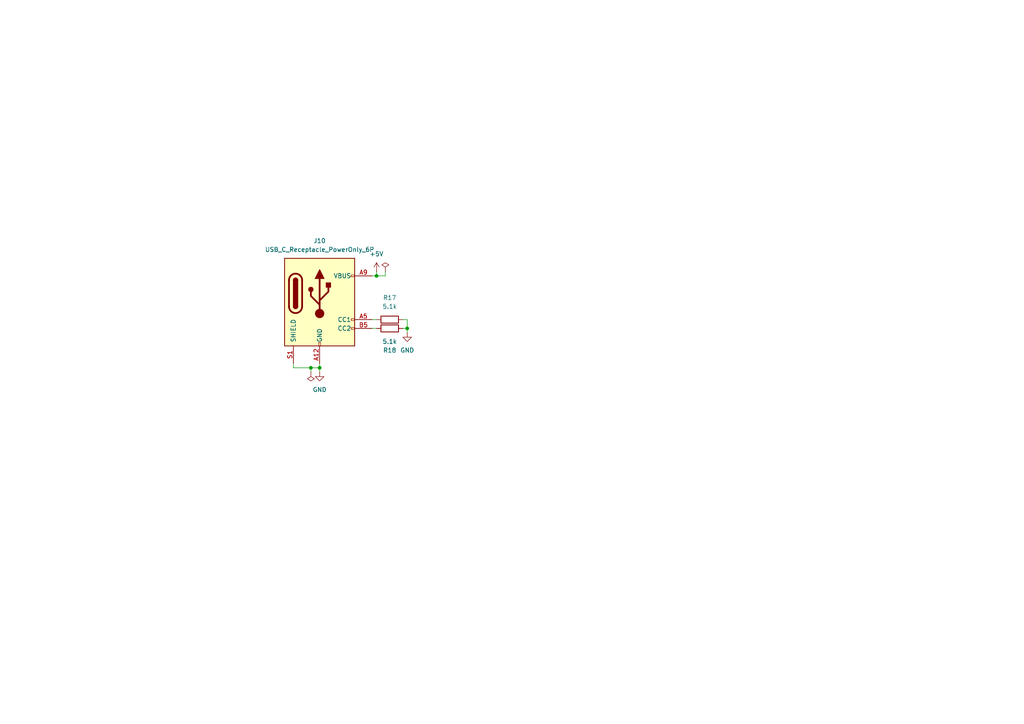
<source format=kicad_sch>
(kicad_sch (version 20231120) (generator "eeschema") (generator_version "8.0")
  (paper "A4")
  (lib_symbols
    (symbol "Connector:USB_C_Receptacle_PowerOnly_6P" (pin_names (offset 1.016))
      (property "Reference" "J" (at 0 16.51 0))
      (property "Value" "USB_C_Receptacle_PowerOnly_6P" (at 0 13.97 0))
      (symbol "USB_C_Receptacle_PowerOnly_6P_0_0"
        (rectangle (start -0.254 -12.7) (end 0.254 -11.684))
        (rectangle (start 10.16 -7.366) (end 9.144 -7.874))
        (rectangle (start 10.16 -4.826) (end 9.144 -5.334))
        (rectangle (start 10.16 7.874) (end 9.144 7.366))
      )
      (symbol "USB_C_Receptacle_PowerOnly_6P_0_1"
        (rectangle (start -10.16 12.7) (end 10.16 -12.7) (stroke (width 0.254)) (fill (type background)))
        (arc (start -8.89 -1.27) (mid -6.985 -3.1667) (end -5.08 -1.27) (stroke (width 0.508)))
        (arc (start -7.62 -1.27) (mid -6.985 -1.9023) (end -6.35 -1.27) (stroke (width 0.254)))
        (arc (start -7.62 -1.27) (mid -6.985 -1.9023) (end -6.35 -1.27) (stroke (width 0.254)) (fill (type outline)))
        (rectangle (start -7.62 -1.27) (end -6.35 6.35) (stroke (width 0.254)) (fill (type outline)))
        (arc (start -6.35 6.35) (mid -6.985 6.9823) (end -7.62 6.35) (stroke (width 0.254)))
        (arc (start -6.35 6.35) (mid -6.985 6.9823) (end -7.62 6.35) (stroke (width 0.254)) (fill (type outline)))
        (arc (start -5.08 6.35) (mid -6.985 8.2467) (end -8.89 6.35) (stroke (width 0.508)))
        (circle (center -2.54 3.683) (radius 0.635) (stroke (width 0.254)) (fill (type outline)))
        (circle (center 0 -3.302) (radius 1.27) (fill (type outline)))
        (polyline (pts (xy -8.89 -1.27) (xy -8.89 6.35)) (stroke (width 0.508)))
        (polyline (pts (xy -5.08 6.35) (xy -5.08 -1.27)) (stroke (width 0.508)))
        (polyline (pts (xy 0 -3.302) (xy 0 6.858)) (stroke (width 0.508)))
        (polyline (pts (xy 0 -0.762) (xy -2.54 1.778) (xy -2.54 3.048)) (stroke (width 0.508)))
        (polyline (pts (xy 0 0.508) (xy 2.54 3.048) (xy 2.54 4.318)) (stroke (width 0.508)))
        (polyline (pts (xy -1.27 6.858) (xy 0 9.398) (xy 1.27 6.858) (xy -1.27 6.858)) (stroke (width 0.254)) (fill (type outline)))
        (rectangle (start 1.905 4.318) (end 3.175 5.588) (stroke (width 0.254)) (fill (type outline)))
      )
      (symbol "USB_C_Receptacle_PowerOnly_6P_1_1"
        (pin passive line (at 0 -17.78 90) (length 5.08) (name "GND") (number "A12"))
        (pin bidirectional line (at 15.24 -5.08 180) (length 5.08) (name "CC1") (number "A5"))
        (pin passive line (at 15.24 7.62 180) (length 5.08) (name "VBUS") (number "A9"))
        (pin passive line (at 0 -17.78 90) (length 5.08) hide (name "GND") (number "B12"))
        (pin bidirectional line (at 15.24 -7.62 180) (length 5.08) (name "CC2") (number "B5"))
        (pin passive line (at 15.24 7.62 180) (length 5.08) hide (name "VBUS") (number "B9"))
        (pin passive line (at -7.62 -17.78 90) (length 5.08) (name "SHIELD") (number "S1"))
      )
    )
    (symbol "Device:R" (pin_numbers hide) (pin_names (offset 0))
      (property "Reference" "R" (at 2.032 0 90))
      (property "Value" "R" (at 0 0 90))
      (symbol "R_0_1"
        (rectangle (start -1.016 -2.54) (end 1.016 2.54) (stroke (width 0.254)))
      )
      (symbol "R_1_1"
        (pin passive line (at 0 3.81 270) (length 1.27) (name "~") (number "1"))
        (pin passive line (at 0 -3.81 90) (length 1.27) (name "~") (number "2"))
      )
    )
    (symbol "power:+5V" (power) (pin_numbers hide) (pin_names (offset 0) hide)
      (property "Value" "+5V" (at 0 3.556 0))
      (symbol "+5V_0_1"
        (polyline (pts (xy -0.762 1.27) (xy 0 2.54)))
        (polyline (pts (xy 0 0) (xy 0 2.54)))
        (polyline (pts (xy 0 2.54) (xy 0.762 1.27)))
      )
      (symbol "+5V_1_1"
        (pin power_in line (at 0 0 90) (length 0) (name "~") (number "1"))
      )
    )
    (symbol "power:GND" (power) (pin_numbers hide) (pin_names (offset 0) hide)
      (property "Value" "GND" (at 0 -3.81 0))
      (symbol "GND_0_1"
        (polyline (pts (xy 0 0) (xy 0 -1.27) (xy 1.27 -1.27) (xy 0 -2.54) (xy -1.27 -1.27) (xy 0 -1.27)))
      )
      (symbol "GND_1_1"
        (pin power_in line (at 0 0 270) (length 0) (name "~") (number "1"))
      )
    )
    (symbol "power:PWR_FLAG" (power) (pin_numbers hide) (pin_names (offset 0) hide)
      (property "Value" "PWR_FLAG" (at 0 3.81 0))
      (symbol "PWR_FLAG_0_0"
        (pin power_out line (at 0 0 90) (length 0) (name "~") (number "1"))
      )
      (symbol "PWR_FLAG_0_1"
        (polyline (pts (xy 0 0) (xy 0 1.27) (xy -1.016 1.905) (xy 0 2.54) (xy 1.016 1.905) (xy 0 1.27)))
      )
    )
  )
  (junction (at 109.22 80.01))
  (junction (at 118.11 95.25))
  (junction (at 90.17 106.68))
  (junction (at 92.71 106.68))
  (wire (pts (xy 111.76 80.01) (xy 109.22 80.01)))
  (wire (pts (xy 116.84 95.25) (xy 118.11 95.25)))
  (wire (pts (xy 85.09 105.41) (xy 85.09 106.68)))
  (wire (pts (xy 92.71 106.68) (xy 92.71 107.95)))
  (wire (pts (xy 118.11 95.25) (xy 118.11 92.71)))
  (wire (pts (xy 92.71 105.41) (xy 92.71 106.68)))
  (wire (pts (xy 109.22 78.74) (xy 109.22 80.01)))
  (wire (pts (xy 90.17 106.68) (xy 92.71 106.68)))
  (wire (pts (xy 118.11 92.71) (xy 116.84 92.71)))
  (wire (pts (xy 107.95 92.71) (xy 109.22 92.71)))
  (wire (pts (xy 109.22 80.01) (xy 107.95 80.01)))
  (wire (pts (xy 118.11 96.52) (xy 118.11 95.25)))
  (wire (pts (xy 111.76 78.74) (xy 111.76 80.01)))
  (wire (pts (xy 107.95 95.25) (xy 109.22 95.25)))
  (wire (pts (xy 90.17 106.68) (xy 90.17 107.95)))
  (wire (pts (xy 85.09 106.68) (xy 90.17 106.68)))
  (symbol (lib_id "Connector:USB_C_Receptacle_PowerOnly_6P") (at 92.71 87.63 0) (unit 1)
    (property "Reference" "J10" (at 92.71 69.85 0))
    (property "Value" "USB_C_Receptacle_PowerOnly_6P" (at 92.71 72.39 0))
    (property "Footprint" "Connector_USB:USB_C_Receptacle_GCT_USB4085" (effects (hide yes)))
    (property "Datasheet" "https://www.usb.org/sites/default/files/documents/usb_type-c.zip" (effects (hide yes)))
    (property "Description" "USB Power-Only 6P Type-C Receptacle connector" (effects (hide yes)))
  )
  (symbol (lib_id "Device:R") (at 113.03 95.25 90) (mirror x) (unit 1)
    (property "Reference" "R18" (at 113.03 101.6 90))
    (property "Value" "5.1k" (at 113.03 99.06 90))
    (property "Footprint" "_DownloadFootprints:CF_series_Resistors_THT" (effects (hide yes)))
    (property "Description" "Resistor" (effects (hide yes)))
  )
  (symbol (lib_id "power:+5V") (at 109.22 78.74 0) (unit 1)
    (property "Reference" "#PWR014" (effects (hide yes)))
    (property "Value" "+5V" (at 109.22 73.66 0))
    (property "Description" "Power symbol creates a global label with name \"+5V\"" (effects (hide yes)))
  )
  (symbol (lib_id "power:PWR_FLAG") (at 90.17 107.95 180) (unit 1)
    (property "Reference" "#FLG01" (effects (hide yes)))
    (property "Value" "PWR_FLAG" (effects (hide yes)))
    (property "Description" "Special symbol for telling ERC where power comes from" (effects (hide yes)))
  )
  (symbol (lib_id "Device:R") (at 113.03 92.71 90) (unit 1)
    (property "Reference" "R17" (at 113.03 86.36 90))
    (property "Value" "5.1k" (at 113.03 88.9 90))
    (property "Footprint" "_DownloadFootprints:CF_series_Resistors_THT" (effects (hide yes)))
    (property "Description" "Resistor" (effects (hide yes)))
  )
  (symbol (lib_id "power:GND") (at 118.11 96.52 0) (unit 1)
    (property "Reference" "#PWR015" (effects (hide yes)))
    (property "Value" "GND" (at 118.11 101.6 0))
    (property "Description" "Power symbol creates a global label with name \"GND\" , ground" (effects (hide yes)))
  )
  (symbol (lib_id "power:PWR_FLAG") (at 111.76 78.74 0) (mirror y) (unit 1)
    (property "Reference" "#FLG02" (effects (hide yes)))
    (property "Value" "PWR_FLAG" (effects (hide yes)))
    (property "Description" "Special symbol for telling ERC where power comes from" (effects (hide yes)))
  )
  (symbol (lib_id "power:GND") (at 92.71 107.95 0) (unit 1)
    (property "Reference" "#PWR013" (effects (hide yes)))
    (property "Value" "GND" (at 92.71 113.03 0))
    (property "Description" "Power symbol creates a global label with name \"GND\" , ground" (effects (hide yes)))
  )
)
</source>
